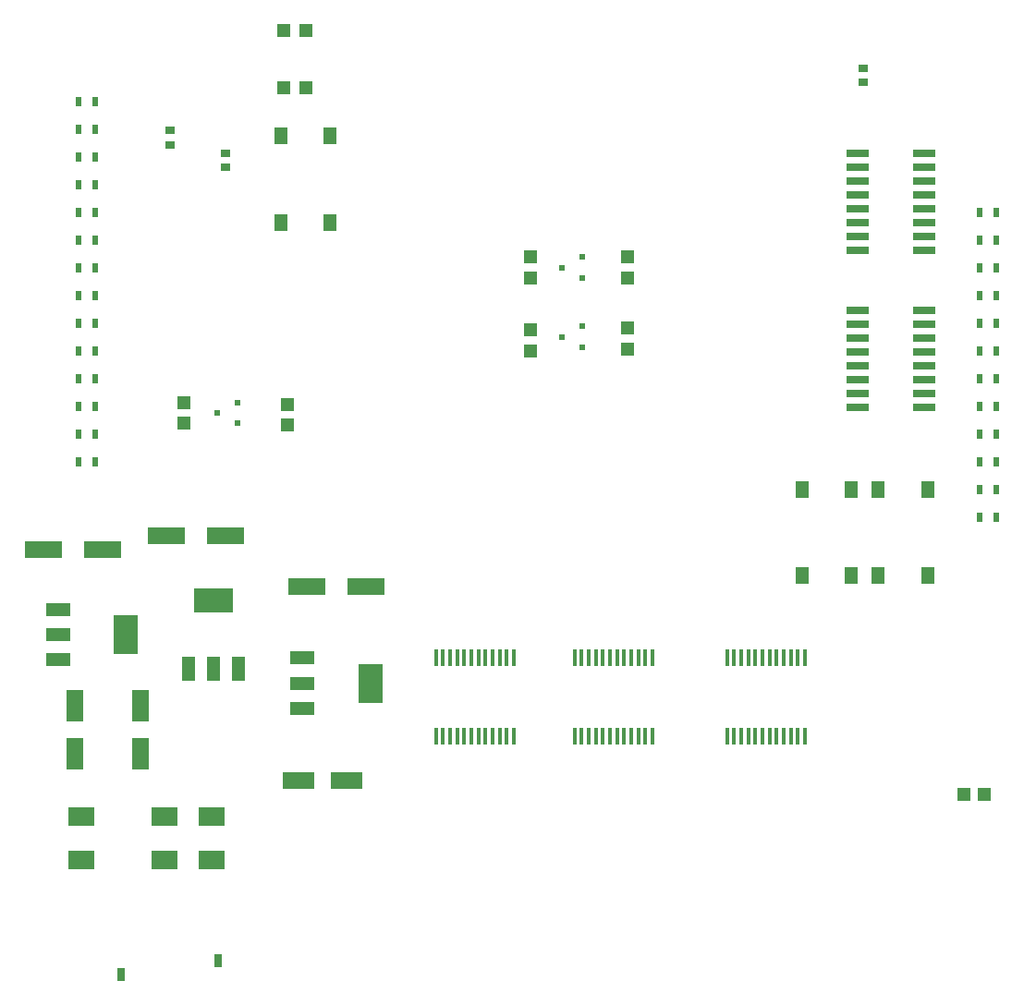
<source format=gtp>
G75*
%MOIN*%
%OFA0B0*%
%FSLAX25Y25*%
%IPPOS*%
%LPD*%
%AMOC8*
5,1,8,0,0,1.08239X$1,22.5*
%
%ADD10R,0.06299X0.11811*%
%ADD11R,0.13780X0.06299*%
%ADD12R,0.11811X0.06299*%
%ADD13R,0.09449X0.07087*%
%ADD14R,0.04800X0.08800*%
%ADD15R,0.14173X0.08661*%
%ADD16R,0.08800X0.04800*%
%ADD17R,0.08661X0.14173*%
%ADD18R,0.08000X0.02600*%
%ADD19R,0.04724X0.04724*%
%ADD20R,0.02400X0.03500*%
%ADD21R,0.03543X0.02756*%
%ADD22R,0.05000X0.04500*%
%ADD23R,0.04500X0.05000*%
%ADD24R,0.02500X0.05000*%
%ADD25R,0.01575X0.05906*%
%ADD26R,0.02362X0.02362*%
%ADD27R,0.05118X0.06102*%
D10*
X0032425Y0121264D03*
X0032425Y0138586D03*
X0056175Y0138586D03*
X0056175Y0121264D03*
D11*
X0116170Y0181800D03*
X0137430Y0181800D03*
X0086805Y0199925D03*
X0065545Y0199925D03*
X0042430Y0194925D03*
X0021170Y0194925D03*
D12*
X0113139Y0111800D03*
X0130461Y0111800D03*
D13*
X0081800Y0098772D03*
X0081800Y0082828D03*
X0064925Y0082828D03*
X0064925Y0098772D03*
X0034925Y0098772D03*
X0034925Y0082828D03*
D14*
X0073325Y0152100D03*
X0082425Y0152100D03*
X0091525Y0152100D03*
D15*
X0082425Y0176501D03*
D16*
X0114600Y0155900D03*
X0114600Y0146800D03*
X0114600Y0137700D03*
X0026475Y0155200D03*
X0026475Y0164300D03*
X0026475Y0173400D03*
D17*
X0050876Y0164300D03*
X0139001Y0146800D03*
D18*
X0314700Y0246175D03*
X0314700Y0251175D03*
X0314700Y0256175D03*
X0314700Y0261175D03*
X0314700Y0266175D03*
X0314700Y0271175D03*
X0314700Y0276175D03*
X0314700Y0281175D03*
X0314700Y0303050D03*
X0314700Y0308050D03*
X0314700Y0313050D03*
X0314700Y0318050D03*
X0314700Y0323050D03*
X0314700Y0328050D03*
X0314700Y0333050D03*
X0314700Y0338050D03*
X0338900Y0338050D03*
X0338900Y0333050D03*
X0338900Y0328050D03*
X0338900Y0323050D03*
X0338900Y0318050D03*
X0338900Y0313050D03*
X0338900Y0308050D03*
X0338900Y0303050D03*
X0338900Y0281175D03*
X0338900Y0276175D03*
X0338900Y0271175D03*
X0338900Y0266175D03*
X0338900Y0261175D03*
X0338900Y0256175D03*
X0338900Y0251175D03*
X0338900Y0246175D03*
D19*
X0115934Y0361800D03*
X0107666Y0361800D03*
X0107666Y0382425D03*
X0115934Y0382425D03*
D20*
X0039750Y0356800D03*
X0033850Y0356800D03*
X0033850Y0346800D03*
X0039750Y0346800D03*
X0039750Y0336800D03*
X0033850Y0336800D03*
X0033850Y0326800D03*
X0039750Y0326800D03*
X0039750Y0316800D03*
X0033850Y0316800D03*
X0033850Y0306800D03*
X0039750Y0306800D03*
X0039750Y0296800D03*
X0033850Y0296800D03*
X0033850Y0286800D03*
X0039750Y0286800D03*
X0039750Y0276800D03*
X0033850Y0276800D03*
X0033850Y0266800D03*
X0039750Y0266800D03*
X0039750Y0256800D03*
X0033850Y0256800D03*
X0033850Y0246800D03*
X0039750Y0246800D03*
X0039750Y0236800D03*
X0033850Y0236800D03*
X0033850Y0226800D03*
X0039750Y0226800D03*
X0358850Y0226800D03*
X0364750Y0226800D03*
X0364750Y0236800D03*
X0358850Y0236800D03*
X0358850Y0246800D03*
X0364750Y0246800D03*
X0364750Y0256800D03*
X0358850Y0256800D03*
X0358850Y0266800D03*
X0364750Y0266800D03*
X0364750Y0276800D03*
X0358850Y0276800D03*
X0358850Y0286800D03*
X0364750Y0286800D03*
X0364750Y0296800D03*
X0358850Y0296800D03*
X0358850Y0306800D03*
X0364750Y0306800D03*
X0364750Y0316800D03*
X0358850Y0316800D03*
X0358850Y0216800D03*
X0364750Y0216800D03*
X0364750Y0206800D03*
X0358850Y0206800D03*
D21*
X0316800Y0363616D03*
X0316800Y0368734D03*
X0086800Y0338109D03*
X0086800Y0332991D03*
X0066800Y0341116D03*
X0066800Y0346234D03*
D22*
X0071800Y0248050D03*
X0071800Y0240550D03*
X0109300Y0239925D03*
X0109300Y0247425D03*
X0196800Y0266800D03*
X0196800Y0274300D03*
X0196800Y0293050D03*
X0196800Y0300550D03*
X0231800Y0300550D03*
X0231800Y0293050D03*
X0231800Y0274925D03*
X0231800Y0267425D03*
D23*
X0353050Y0106800D03*
X0360550Y0106800D03*
D24*
X0049300Y0041800D03*
X0084300Y0046800D03*
D25*
X0162725Y0127528D03*
X0165284Y0127528D03*
X0167843Y0127528D03*
X0170402Y0127528D03*
X0172961Y0127528D03*
X0175520Y0127528D03*
X0178080Y0127528D03*
X0180639Y0127528D03*
X0183198Y0127528D03*
X0185757Y0127528D03*
X0188316Y0127528D03*
X0190875Y0127528D03*
X0212725Y0127528D03*
X0215284Y0127528D03*
X0217843Y0127528D03*
X0220402Y0127528D03*
X0222961Y0127528D03*
X0225520Y0127528D03*
X0228080Y0127528D03*
X0230639Y0127528D03*
X0233198Y0127528D03*
X0235757Y0127528D03*
X0238316Y0127528D03*
X0240875Y0127528D03*
X0267725Y0127528D03*
X0270284Y0127528D03*
X0272843Y0127528D03*
X0275402Y0127528D03*
X0277961Y0127528D03*
X0280520Y0127528D03*
X0283080Y0127528D03*
X0285639Y0127528D03*
X0288198Y0127528D03*
X0290757Y0127528D03*
X0293316Y0127528D03*
X0295875Y0127528D03*
X0295875Y0156072D03*
X0293316Y0156072D03*
X0290757Y0156072D03*
X0288198Y0156072D03*
X0285639Y0156072D03*
X0283080Y0156072D03*
X0280520Y0156072D03*
X0277961Y0156072D03*
X0275402Y0156072D03*
X0272843Y0156072D03*
X0270284Y0156072D03*
X0267725Y0156072D03*
X0240875Y0156072D03*
X0238316Y0156072D03*
X0235757Y0156072D03*
X0233198Y0156072D03*
X0230639Y0156072D03*
X0228080Y0156072D03*
X0225520Y0156072D03*
X0222961Y0156072D03*
X0220402Y0156072D03*
X0217843Y0156072D03*
X0215284Y0156072D03*
X0212725Y0156072D03*
X0190875Y0156072D03*
X0188316Y0156072D03*
X0185757Y0156072D03*
X0183198Y0156072D03*
X0180639Y0156072D03*
X0178080Y0156072D03*
X0175520Y0156072D03*
X0172961Y0156072D03*
X0170402Y0156072D03*
X0167843Y0156072D03*
X0165284Y0156072D03*
X0162725Y0156072D03*
D26*
X0091165Y0240560D03*
X0083685Y0244300D03*
X0091165Y0248040D03*
X0208060Y0271800D03*
X0215540Y0268060D03*
X0215540Y0275540D03*
X0215540Y0293060D03*
X0215540Y0300540D03*
X0208060Y0296800D03*
D27*
X0124408Y0313025D03*
X0106692Y0313025D03*
X0106692Y0344325D03*
X0124408Y0344325D03*
X0294817Y0216825D03*
X0312533Y0216825D03*
X0322317Y0216825D03*
X0340033Y0216825D03*
X0340033Y0185525D03*
X0322317Y0185525D03*
X0312533Y0185525D03*
X0294817Y0185525D03*
M02*

</source>
